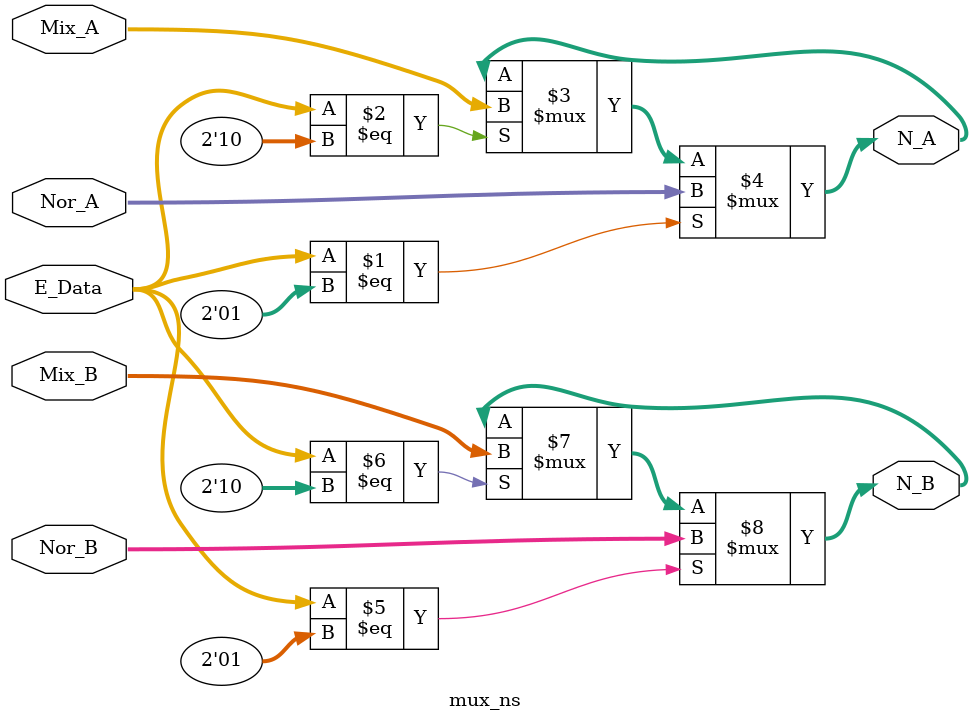
<source format=v>
module mux_ns
(
    input       [36:0]  Nor_A, Nor_B,       // Normal A & B
                        Mix_A, Mix_B,       // Mixed A & B  
    input       [01:0]  E_Data,             // Enable type data
    output      [36:0]  N_A, N_B
);
    
assign N_A  = (E_Data == 2'b01) ? Nor_A     // Normal Numbers 
            : (E_Data == 2'b10) ? Mix_A     // Mixed Numbers 
            : N_A;

assign N_B  = (E_Data == 2'b01) ? Nor_B     // Normal Numbers
            : (E_Data == 2'b10) ? Mix_B     // Mixed Numbers
            : N_B;

endmodule //mux_ns



</source>
